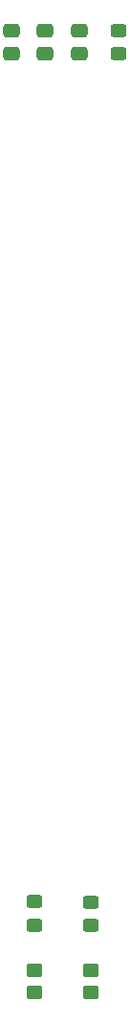
<source format=gbr>
%TF.GenerationSoftware,KiCad,Pcbnew,8.0.1*%
%TF.CreationDate,2024-05-22T11:23:19+02:00*%
%TF.ProjectId,Master,4d617374-6572-42e6-9b69-6361645f7063,rev?*%
%TF.SameCoordinates,Original*%
%TF.FileFunction,Paste,Top*%
%TF.FilePolarity,Positive*%
%FSLAX46Y46*%
G04 Gerber Fmt 4.6, Leading zero omitted, Abs format (unit mm)*
G04 Created by KiCad (PCBNEW 8.0.1) date 2024-05-22 11:23:19*
%MOMM*%
%LPD*%
G01*
G04 APERTURE LIST*
G04 Aperture macros list*
%AMRoundRect*
0 Rectangle with rounded corners*
0 $1 Rounding radius*
0 $2 $3 $4 $5 $6 $7 $8 $9 X,Y pos of 4 corners*
0 Add a 4 corners polygon primitive as box body*
4,1,4,$2,$3,$4,$5,$6,$7,$8,$9,$2,$3,0*
0 Add four circle primitives for the rounded corners*
1,1,$1+$1,$2,$3*
1,1,$1+$1,$4,$5*
1,1,$1+$1,$6,$7*
1,1,$1+$1,$8,$9*
0 Add four rect primitives between the rounded corners*
20,1,$1+$1,$2,$3,$4,$5,0*
20,1,$1+$1,$4,$5,$6,$7,0*
20,1,$1+$1,$6,$7,$8,$9,0*
20,1,$1+$1,$8,$9,$2,$3,0*%
G04 Aperture macros list end*
%ADD10RoundRect,0.250000X0.475000X-0.337500X0.475000X0.337500X-0.475000X0.337500X-0.475000X-0.337500X0*%
%ADD11RoundRect,0.250000X0.450000X-0.350000X0.450000X0.350000X-0.450000X0.350000X-0.450000X-0.350000X0*%
%ADD12RoundRect,0.250000X0.450000X-0.325000X0.450000X0.325000X-0.450000X0.325000X-0.450000X-0.325000X0*%
G04 APERTURE END LIST*
D10*
%TO.C,C3*%
X115500000Y-62525000D03*
X115500000Y-60450000D03*
%TD*%
%TO.C,C2*%
X112490000Y-62525000D03*
X112490000Y-60450000D03*
%TD*%
D11*
%TO.C,R2*%
X116500000Y-145500000D03*
X116500000Y-143500000D03*
%TD*%
%TO.C,R1*%
X111500000Y-145500000D03*
X111500000Y-143500000D03*
%TD*%
D10*
%TO.C,C1*%
X109480000Y-62525000D03*
X109480000Y-60450000D03*
%TD*%
D12*
%TO.C,D1*%
X119000000Y-62500000D03*
X119000000Y-60450000D03*
%TD*%
%TO.C,D3*%
X116500000Y-139550000D03*
X116500000Y-137500000D03*
%TD*%
%TO.C,D2*%
X111500000Y-139500000D03*
X111500000Y-137450000D03*
%TD*%
M02*

</source>
